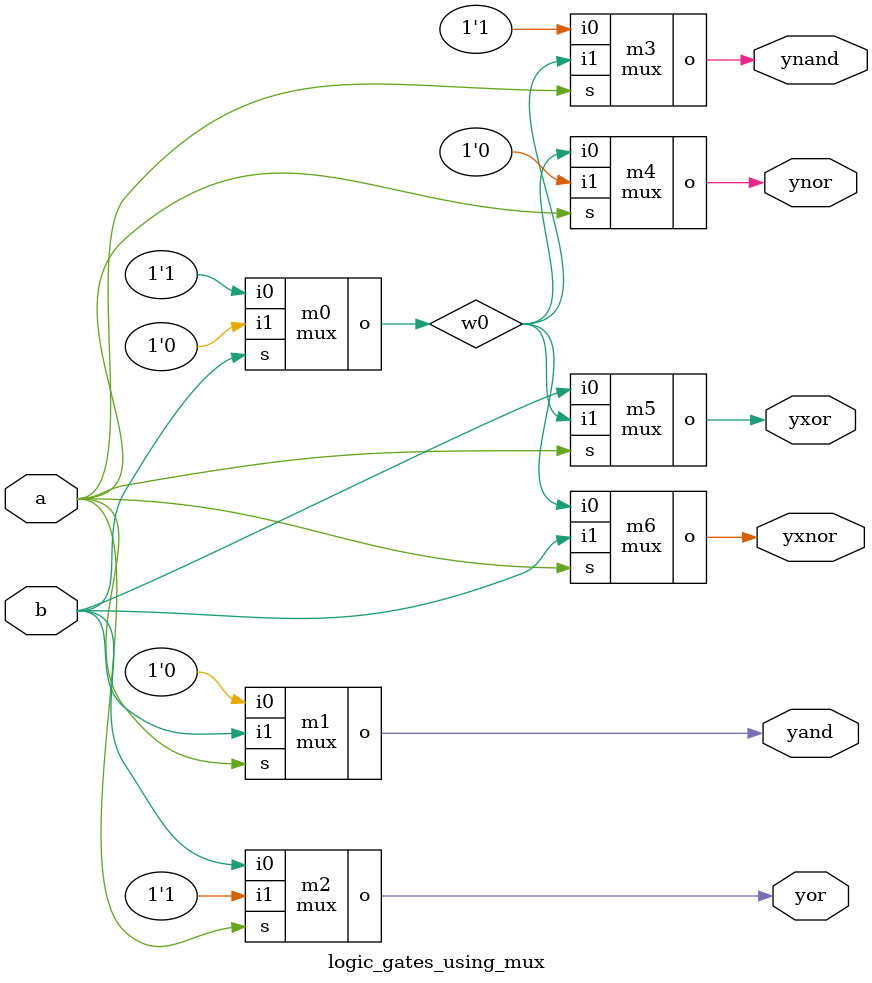
<source format=v>
module mux(input i0,i1,s,output o);
  assign o=((~s)&i0)|s&i1;
endmodule
module logic_gates_using_mux(input a,b,output yand,yor,ynand,ynor,yxor,yxnor);
  wire w0;
  //NOT GATE
  mux m0(.i0(1),.i1(0),.s(b),.o(w0));
  //AND GATE
  mux m1(.i0(0),.i1(b),.s(a),.o(yand));
  //OR GATE
  mux m2(.i0(b),.i1(1),.s(a),.o(yor));
  //NAND GATE
  mux m3(.i0(1),.i1(w0),.s(a),.o(ynand));
  //NOR GATE
  mux m4(.i0(w0),.i1(0),.s(a),.o(ynor));
  //XOR GATE
  mux m5(.i0(b),.i1(w0),.s(a),.o(yxor));
  //XNOR GATE
  mux m6(.i0(w0),.i1(b),.s(a),.o(yxnor));
endmodule

</source>
